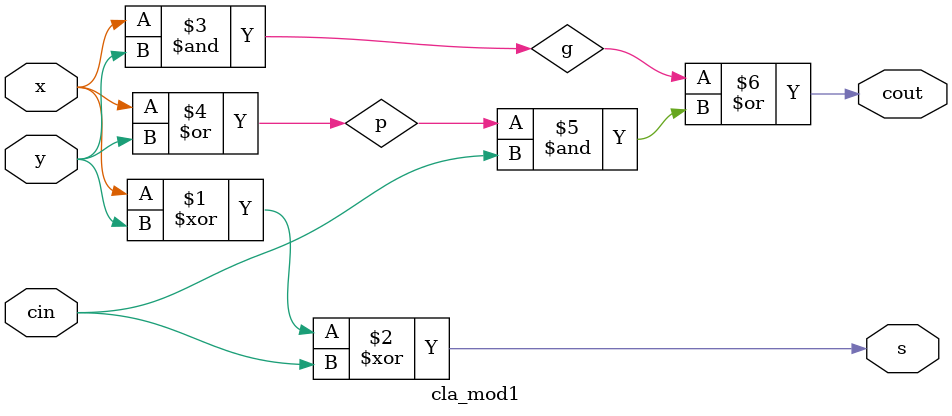
<source format=v>
/*module cla(input [31:0]x,y,input cin,output [31:0]s,output cout);
wire [31:0]c;
integer i;
assign c[0]=cin;
always@(x,y);
initial begin

for(i=0;i<32;i=i+1)
begin
cla_mod cla0(x[i],y[i],c[i],s[i],c[i+1]);
end

end
assign cout=c[31];
endmodule

module cla_mod(input x,y,cin,output s,cout);
wire g,p;
assign s=x^y^cin;
assign g=x&y;
assign p=x|y;
assign cout= g|(p&cin);
endmodule*/

//source 32bit code
module cla(input [31:0]x,y,input cin,output [31:0]s,output cout);
wire c1;
cla_mod4 cl0(x[15:0],y[15:0],cin,s[15:0],c1);
cla_mod4 cl1(x[31:16],y[31:16],c1,s[31:16],cout);
endmodule


//16bit
module cla_mod4(input [15:0]x,y,input cin,output [15:0]s,output cout);
wire c1;
cla_mod3 cl0(x[7:0],y[7:0],cin,s[7:0],c1);
cla_mod3 cl1(x[15:8],y[15:8],c1,s[15:8],cout);
endmodule


//8bit
module cla_mod3(input [7:0]x,y,input cin,output [7:0]s,output cout);
wire c1,c2,c3,c4,c5,c6,c7;
cla_mod2 cl0(x[3:0],y[3:0],cin,s[3:0],c1);
cla_mod2 cl1(x[7:4],y[7:4],c1,s[7:4],cout);
endmodule

//4bit
module cla_mod2(input [3:0]x,y,input cin,output [3:0]s,output cout);
wire c1,c2,c3;
cla_mod1 cl0(x[0],y[0],cin,s[0],c1);
cla_mod1 cl1(x[1],y[1],c1,s[1],c2);
cla_mod1 cl2(x[2],y[2],c2,s[2],c3);
cla_mod1 cl3(x[3],y[3],c3,s[3],cout);
endmodule



//sum and carry genration
module cla_mod1(input x,y,cin,output s,cout);
wire g,p;
assign s=x^y^cin;
assign g=x&y;
assign p=x|y;
assign cout= g|(p&cin);
endmodule

</source>
